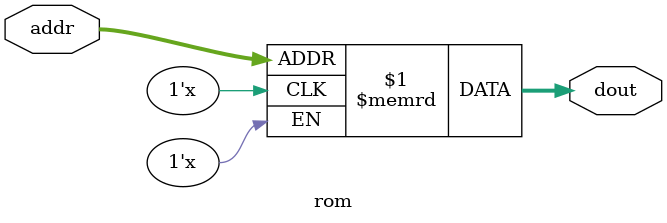
<source format=v>
module DL167(reset,clk,btn,led);
	input reset;
	input clk;
	input[3:0] btn;
	output[3:0]led;
	
	reg[24:0] counter;
	cpu cpu0(reset,counter[22],btn,led);
	always @(posedge clk) counter = counter + 1;
endmodule


module cpu(reset,clk,btn,led);
	input reset;
	input clk;
	input[3:0] btn;
	output[3:0]led;
	
	wire[3:0] imd;
	wire[2:0] op1,ddd,sss;
	wire[1:0] op0,op2;
	wire[7:0] dout;
	
	reg 		c_flag=1'b0;
	reg [4:0]regs[8:0];
	
//	assign regs[5]=btn;
	assign led= regs[6];
	
	rom memory(dout, {regs[8],regs[7]});
	
	assign op0=dout[7:6];//[1:0]
	assign op1=dout[5:3];//[2:0]
	assign op2=dout[5:4];//[1:0]
	assign ddd=dout[5:3];//[2:0]
	assign sss=dout[2:0];//[2:0]
	assign imd=dout[3:0];//[3:0]

	initial begin
		regs[0]=0;
		regs[1]=0;
		regs[2]=0;
		regs[3]=0;
		regs[4]=0;
		regs[7]=0;
		regs[8]=0;
	end
	always @(posedge clk) begin
		regs[5]=btn;
		case(op0)
//			4'b0000:begin a=a+im;c_flag=a[4];end	//ADD A,im
			2'b00: regs[ddd]=regs[sss];
			2'b01: 
				case(op1)
					3'b000:begin regs[0]=regs[0]+regs[sss];c_flag=regs[4][0];end//ADD take care c_flag
					3'b001:regs[0]=regs[0]|regs[sss];
					3'b010:regs[0]=regs[0]&regs[sss];
					3'b011:regs[0]=regs[0]^regs[sss];
					3'b100:begin regs[sss]=regs[sss]+1;c_flag=regs[4][sss]; end //INC take care c_flag
					3'b101:regs[sss]=!regs[sss];
					3'b110:begin c_flag=regs[0][sss];regs[sss]=regs[sss]>>1;end	//RSHIFT take care c_flag
					3'b111:begin c_flag=regs[3][sss];regs[sss]=regs[sss]<<1;end	//LSHIFT take care c_flag
				endcase
			2'b10:
				case(op2)
					2'b00:{regs[8],regs[7]}= (c_flag)?{regs[8],regs[7]}+1:{regs[4],imd};	//JNC
					2'b01:{regs[8],regs[7]}={regs[4],imd};									//JMP
					2'b10:regs[0]=imd;					
				endcase
		endcase
		
		if(dout[7:4]!=4'b1000 && dout[7:4]!=4'b1001) {regs[8],regs[7]}={regs[8],regs[7]}+1;
		if(reset==0) {regs[8],regs[7]} = 0;

//	regs[7]=regs[7]+1;
	end
endmodule 

module rom(dout, addr);
	output [7:0] dout;
	input [7:0] addr;
	reg[7:0] mem[256:0];
	initial begin
		`include "asm.txt"
	end
	assign dout = mem[addr];
endmodule
</source>
